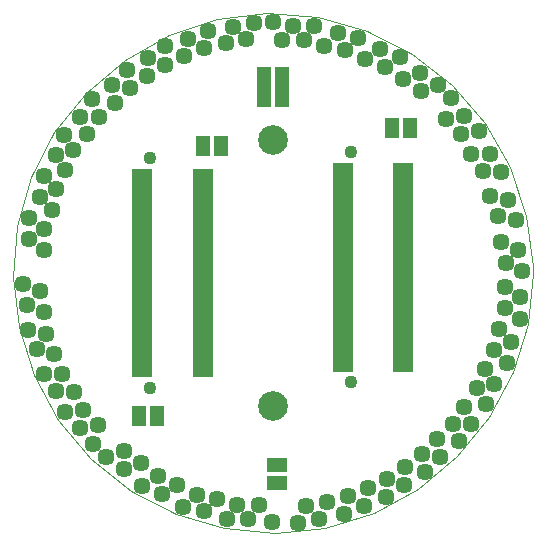
<source format=gts>
G04 (created by PCBNEW-RS274X (2012-apr-16-27)-stable) date Mon 14 Apr 2014 09:24:50 PM EDT*
G01*
G70*
G90*
%MOIN*%
G04 Gerber Fmt 3.4, Leading zero omitted, Abs format*
%FSLAX34Y34*%
G04 APERTURE LIST*
%ADD10C,0.006000*%
%ADD11C,0.000400*%
%ADD12C,0.098700*%
%ADD13R,0.045000X0.065000*%
%ADD14C,0.057000*%
%ADD15R,0.065000X0.045000*%
%ADD16R,0.065300X0.029800*%
%ADD17C,0.043600*%
G04 APERTURE END LIST*
G54D10*
G54D11*
X48032Y-39370D02*
X47867Y-41052D01*
X47378Y-42670D01*
X46584Y-44163D01*
X45516Y-45473D01*
X44213Y-46551D01*
X42726Y-47355D01*
X41111Y-47855D01*
X39430Y-48031D01*
X37747Y-47878D01*
X36126Y-47401D01*
X34628Y-46618D01*
X33310Y-45558D01*
X32223Y-44263D01*
X31409Y-42782D01*
X30898Y-41170D01*
X30709Y-39490D01*
X30851Y-37807D01*
X31317Y-36182D01*
X32090Y-34678D01*
X33140Y-33353D01*
X34427Y-32258D01*
X35903Y-31433D01*
X37510Y-30911D01*
X39189Y-30710D01*
X40874Y-30840D01*
X42502Y-31295D01*
X44011Y-32057D01*
X45343Y-33098D01*
X46448Y-34377D01*
X47283Y-35847D01*
X47816Y-37451D01*
X48028Y-39129D01*
X48032Y-39370D01*
G54D12*
X39370Y-43799D03*
G54D13*
X39060Y-33484D03*
X39660Y-33484D03*
X39060Y-32825D03*
X39660Y-32825D03*
G54D14*
X33386Y-45059D03*
X39350Y-47677D03*
G54D13*
X43942Y-34528D03*
X43342Y-34528D03*
X37643Y-35118D03*
X37043Y-35118D03*
X35517Y-44134D03*
X34917Y-44134D03*
G54D15*
X39508Y-46363D03*
X39508Y-45763D03*
G54D16*
X37028Y-42716D03*
X37028Y-42520D03*
X37028Y-42323D03*
X37028Y-42126D03*
X37028Y-41929D03*
X37028Y-41732D03*
X37028Y-41535D03*
X37028Y-41339D03*
X37028Y-41142D03*
X37028Y-40945D03*
X37028Y-40748D03*
X37028Y-40551D03*
X37028Y-40354D03*
X37028Y-40157D03*
X37028Y-39961D03*
X37028Y-39764D03*
X37028Y-39567D03*
X37028Y-39370D03*
X37028Y-39173D03*
X37028Y-38976D03*
X37028Y-38779D03*
X37028Y-38583D03*
X37028Y-38386D03*
X37028Y-38189D03*
X37028Y-37992D03*
X37028Y-37795D03*
X37028Y-37598D03*
X37028Y-37401D03*
X37028Y-37205D03*
X37028Y-37008D03*
X37028Y-36811D03*
X37028Y-36614D03*
X37028Y-36417D03*
X37028Y-36220D03*
X37028Y-36024D03*
X35020Y-36024D03*
X35020Y-36220D03*
X35020Y-36417D03*
X35020Y-36614D03*
X35020Y-36811D03*
X35020Y-37008D03*
X35020Y-37205D03*
X35020Y-37401D03*
X35020Y-37598D03*
X35020Y-37795D03*
X35020Y-37992D03*
X35020Y-38189D03*
X35020Y-38386D03*
X35020Y-38583D03*
X35020Y-38779D03*
X35020Y-38976D03*
X35020Y-39173D03*
X35020Y-39370D03*
X35020Y-39567D03*
X35020Y-39764D03*
X35020Y-39961D03*
X35020Y-40157D03*
X35020Y-40354D03*
X35020Y-40551D03*
X35020Y-40748D03*
X35020Y-40945D03*
X35020Y-41142D03*
X35020Y-41339D03*
X35020Y-41535D03*
X35020Y-41732D03*
X35020Y-41929D03*
X35020Y-42126D03*
X35020Y-42323D03*
X35020Y-42520D03*
X35020Y-42716D03*
G54D17*
X35276Y-43209D03*
X35276Y-35531D03*
G54D16*
X43721Y-42519D03*
X43721Y-42323D03*
X43721Y-42126D03*
X43721Y-41929D03*
X43721Y-41732D03*
X43721Y-41535D03*
X43721Y-41338D03*
X43721Y-41142D03*
X43721Y-40945D03*
X43721Y-40748D03*
X43721Y-40551D03*
X43721Y-40354D03*
X43721Y-40157D03*
X43721Y-39960D03*
X43721Y-39764D03*
X43721Y-39567D03*
X43721Y-39370D03*
X43721Y-39173D03*
X43721Y-38976D03*
X43721Y-38779D03*
X43721Y-38582D03*
X43721Y-38386D03*
X43721Y-38189D03*
X43721Y-37992D03*
X43721Y-37795D03*
X43721Y-37598D03*
X43721Y-37401D03*
X43721Y-37204D03*
X43721Y-37008D03*
X43721Y-36811D03*
X43721Y-36614D03*
X43721Y-36417D03*
X43721Y-36220D03*
X43721Y-36023D03*
X43721Y-35827D03*
X41713Y-35827D03*
X41713Y-36023D03*
X41713Y-36220D03*
X41713Y-36417D03*
X41713Y-36614D03*
X41713Y-36811D03*
X41713Y-37008D03*
X41713Y-37204D03*
X41713Y-37401D03*
X41713Y-37598D03*
X41713Y-37795D03*
X41713Y-37992D03*
X41713Y-38189D03*
X41713Y-38386D03*
X41713Y-38582D03*
X41713Y-38779D03*
X41713Y-38976D03*
X41713Y-39173D03*
X41713Y-39370D03*
X41713Y-39567D03*
X41713Y-39764D03*
X41713Y-39960D03*
X41713Y-40157D03*
X41713Y-40354D03*
X41713Y-40551D03*
X41713Y-40748D03*
X41713Y-40945D03*
X41713Y-41142D03*
X41713Y-41338D03*
X41713Y-41535D03*
X41713Y-41732D03*
X41713Y-41929D03*
X41713Y-42126D03*
X41713Y-42323D03*
X41713Y-42519D03*
G54D17*
X41969Y-43012D03*
X41969Y-35334D03*
G54D14*
X33346Y-33583D03*
X32952Y-34172D03*
X33558Y-34151D03*
X33164Y-34740D03*
X37835Y-47579D03*
X38544Y-47579D03*
X38189Y-47087D03*
X38898Y-47087D03*
X37520Y-46890D03*
X36825Y-46751D03*
X37076Y-47303D03*
X36381Y-47164D03*
X36181Y-46417D03*
X35526Y-46146D03*
X35666Y-46736D03*
X35011Y-46465D03*
X34980Y-45689D03*
X34391Y-45295D03*
X34412Y-45901D03*
X33823Y-45507D03*
X32441Y-44016D03*
X32942Y-44517D03*
X33039Y-43918D03*
X33541Y-44420D03*
X31732Y-42717D03*
X32125Y-43307D03*
X32338Y-42739D03*
X32731Y-43328D03*
X31220Y-41260D03*
X31491Y-41915D03*
X31810Y-41399D03*
X32081Y-42054D03*
X31043Y-39724D03*
X31181Y-40419D03*
X31594Y-39976D03*
X31732Y-40671D03*
X31240Y-37539D03*
X31240Y-38248D03*
X31732Y-37893D03*
X31732Y-38602D03*
X31732Y-36122D03*
X31593Y-36817D03*
X32145Y-36566D03*
X32006Y-37261D03*
X32402Y-34764D03*
X32131Y-35419D03*
X32721Y-35279D03*
X32450Y-35934D03*
X34094Y-33701D03*
X34595Y-33200D03*
X33996Y-33103D03*
X34498Y-32601D03*
X35177Y-32815D03*
X35767Y-32422D03*
X35199Y-32209D03*
X35788Y-31816D03*
X36417Y-32146D03*
X37072Y-31875D03*
X36556Y-31556D03*
X37211Y-31285D03*
X38740Y-31024D03*
X38045Y-31162D03*
X38488Y-31575D03*
X37793Y-31713D03*
X41083Y-31791D03*
X41778Y-31930D03*
X41527Y-31378D03*
X42222Y-31517D03*
X40217Y-47697D03*
X40912Y-47559D03*
X40469Y-47146D03*
X41164Y-47008D03*
X42539Y-46535D03*
X41884Y-46806D03*
X42400Y-47125D03*
X41745Y-47396D03*
X43760Y-45827D03*
X43170Y-46220D03*
X43738Y-46433D03*
X43149Y-46826D03*
X44843Y-44902D03*
X44342Y-45403D03*
X44941Y-45500D03*
X44439Y-46002D03*
X45571Y-44980D03*
X45965Y-44391D03*
X45359Y-44412D03*
X45753Y-43823D03*
X46476Y-43720D03*
X46747Y-43065D03*
X46157Y-43205D03*
X46428Y-42550D03*
X47165Y-42362D03*
X47304Y-41667D03*
X46752Y-41918D03*
X46891Y-41223D03*
X47598Y-40886D03*
X47598Y-40177D03*
X47106Y-40532D03*
X47106Y-39823D03*
X47677Y-39291D03*
X47539Y-38596D03*
X47126Y-39039D03*
X46988Y-38344D03*
X47480Y-37598D03*
X47209Y-36943D03*
X46890Y-37459D03*
X46619Y-36804D03*
X46988Y-36004D03*
X46595Y-35414D03*
X46382Y-35982D03*
X45989Y-35393D03*
X46240Y-34646D03*
X45739Y-34145D03*
X45642Y-34744D03*
X45140Y-34242D03*
X43720Y-32913D03*
X44309Y-33307D03*
X44288Y-32701D03*
X44877Y-33095D03*
X40748Y-31122D03*
X40039Y-31122D03*
X40394Y-31614D03*
X39685Y-31614D03*
X39370Y-31004D03*
X45295Y-33543D03*
X42441Y-32224D03*
X43096Y-32495D03*
X42956Y-31905D03*
X43611Y-32176D03*
G54D12*
X39370Y-34941D03*
M02*

</source>
